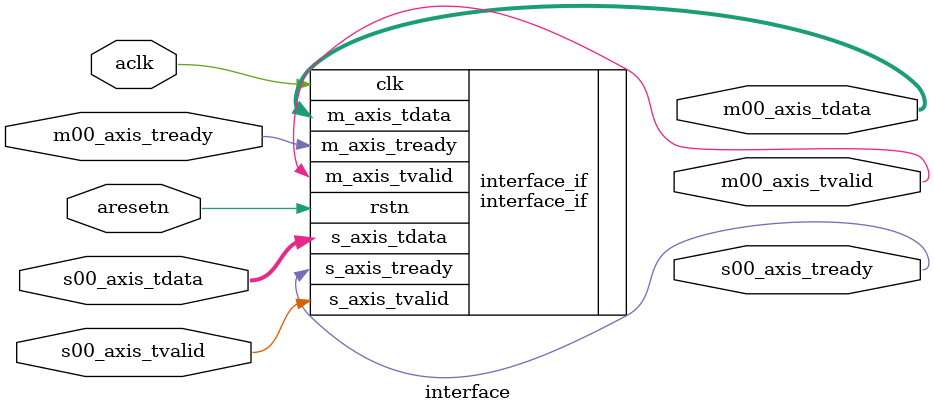
<source format=v>

`timescale 1 ns / 1 ps

	module interface #
    (
    
            // Parameters of Axi Master Bus Interface M00_AXIS
            parameter integer C_M00_AXIS_TDATA_WIDTH    = 32,
            // Parameters of Axi Slave Bus Interface S00_AXIS
            parameter integer C_S00_AXIS_TDATA_WIDTH    = 32
        )
        (
             // Global Clock and REST Signal
            input wire  aclk,
            input wire  aresetn,
           
           // Ports of Axi Master Bus Interface M00_AXIS
            output wire  m00_axis_tvalid,
            output wire [C_M00_AXIS_TDATA_WIDTH-1 : 0] m00_axis_tdata,
            input wire  m00_axis_tready,
            // Ports of Axi Slave Bus Interface S00_AXIS,
            input wire  s00_axis_tvalid,
            output wire  s00_axis_tready,
            input wire [C_S00_AXIS_TDATA_WIDTH-1 : 0] s00_axis_tdata
           );
           interface_if  #
           (
             .C_S_AXIS_TDATA_WIDTH(C_S00_AXIS_TDATA_WIDTH),
          
             .C_M_AXIS_TDATA_WIDTH(C_M00_AXIS_TDATA_WIDTH)
           )
            interface_if
           (
            // Global 
               .clk(aclk),
               .rstn(aresetn),       
                 // M_AXIS  
               .m_axis_tvalid(m00_axis_tvalid),
               .m_axis_tdata(m00_axis_tdata),
               .m_axis_tready(m00_axis_tready),
                // S_AXIS 
               .s_axis_tready(s00_axis_tready),
               .s_axis_tdata(s00_axis_tdata),
               .s_axis_tvalid(s00_axis_tvalid)
           );

	endmodule

</source>
